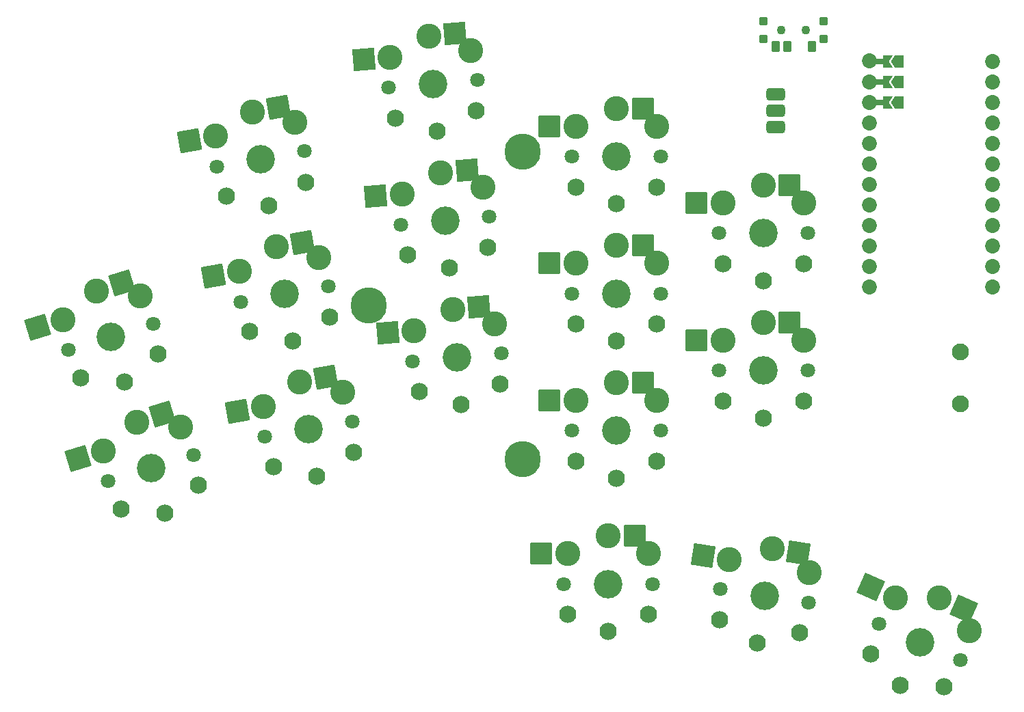
<source format=gts>
%TF.GenerationSoftware,KiCad,Pcbnew,(6.0.4-0)*%
%TF.CreationDate,2022-07-25T11:59:58+02:00*%
%TF.ProjectId,battoota,62617474-6f6f-4746-912e-6b696361645f,v1.0.0*%
%TF.SameCoordinates,Original*%
%TF.FileFunction,Soldermask,Top*%
%TF.FilePolarity,Negative*%
%FSLAX46Y46*%
G04 Gerber Fmt 4.6, Leading zero omitted, Abs format (unit mm)*
G04 Created by KiCad (PCBNEW (6.0.4-0)) date 2022-07-25 11:59:58*
%MOMM*%
%LPD*%
G01*
G04 APERTURE LIST*
G04 Aperture macros list*
%AMRoundRect*
0 Rectangle with rounded corners*
0 $1 Rounding radius*
0 $2 $3 $4 $5 $6 $7 $8 $9 X,Y pos of 4 corners*
0 Add a 4 corners polygon primitive as box body*
4,1,4,$2,$3,$4,$5,$6,$7,$8,$9,$2,$3,0*
0 Add four circle primitives for the rounded corners*
1,1,$1+$1,$2,$3*
1,1,$1+$1,$4,$5*
1,1,$1+$1,$6,$7*
1,1,$1+$1,$8,$9*
0 Add four rect primitives between the rounded corners*
20,1,$1+$1,$2,$3,$4,$5,0*
20,1,$1+$1,$4,$5,$6,$7,0*
20,1,$1+$1,$6,$7,$8,$9,0*
20,1,$1+$1,$8,$9,$2,$3,0*%
%AMFreePoly0*
4,1,16,0.535355,0.785355,0.550000,0.750000,0.550000,-0.750000,0.535355,-0.785355,0.500000,-0.800000,-0.650000,-0.800000,-0.685355,-0.785355,-0.700000,-0.750000,-0.691603,-0.722265,-0.210093,0.000000,-0.691603,0.722265,-0.699029,0.759806,-0.677735,0.791603,-0.650000,0.800000,0.500000,0.800000,0.535355,0.785355,0.535355,0.785355,$1*%
%AMFreePoly1*
4,1,16,0.535355,0.785355,0.541603,0.777735,1.041603,0.027735,1.049029,-0.009806,1.041603,-0.027735,0.541603,-0.777735,0.509806,-0.799029,0.500000,-0.800000,-0.500000,-0.800000,-0.535355,-0.785355,-0.550000,-0.750000,-0.550000,0.750000,-0.535355,0.785355,-0.500000,0.800000,0.500000,0.800000,0.535355,0.785355,0.535355,0.785355,$1*%
G04 Aperture macros list end*
%ADD10C,2.100000*%
%ADD11C,1.801800*%
%ADD12C,3.100000*%
%ADD13C,3.529000*%
%ADD14RoundRect,0.050000X-1.054507X-1.505993X1.505993X-1.054507X1.054507X1.505993X-1.505993X1.054507X0*%
%ADD15C,2.132000*%
%ADD16RoundRect,0.050000X-1.181751X-1.408356X1.408356X-1.181751X1.181751X1.408356X-1.408356X1.181751X0*%
%ADD17RoundRect,0.050000X-1.300000X-1.300000X1.300000X-1.300000X1.300000X1.300000X-1.300000X1.300000X0*%
%ADD18RoundRect,0.050000X-0.450000X-0.450000X0.450000X-0.450000X0.450000X0.450000X-0.450000X0.450000X0*%
%ADD19RoundRect,0.050000X-0.450000X-0.625000X0.450000X-0.625000X0.450000X0.625000X-0.450000X0.625000X0*%
%ADD20C,1.100000*%
%ADD21RoundRect,0.050000X-1.716367X-0.658851X0.658851X-1.716367X1.716367X0.658851X-0.658851X1.716367X0*%
%ADD22RoundRect,0.425000X-0.750000X0.375000X-0.750000X-0.375000X0.750000X-0.375000X0.750000X0.375000X0*%
%ADD23RoundRect,0.050000X-0.863113X-1.623279X1.623279X-0.863113X0.863113X1.623279X-1.623279X0.863113X0*%
%ADD24RoundRect,0.050000X-1.487360X-1.080630X1.080630X-1.487360X1.487360X1.080630X-1.080630X1.487360X0*%
%ADD25C,1.852600*%
%ADD26FreePoly0,180.000000*%
%ADD27RoundRect,0.050000X-0.762000X0.250000X-0.762000X-0.250000X0.762000X-0.250000X0.762000X0.250000X0*%
%ADD28FreePoly1,180.000000*%
%ADD29C,4.500000*%
G04 APERTURE END LIST*
D10*
%TO.C,B1*%
X157969791Y80873254D03*
X157969791Y74373254D03*
%TD*%
D11*
%TO.C,S11*%
X65970667Y103790002D03*
D12*
X75659968Y109306336D03*
X70353903Y110604673D03*
D13*
X71387110Y104745067D03*
D11*
X76803553Y105700132D03*
D12*
X65811891Y107569854D03*
D14*
X73579148Y111173370D03*
D15*
X67122934Y100134557D03*
X76971012Y101871038D03*
D14*
X62586644Y107001157D03*
D15*
X72411634Y98934701D03*
%TD*%
D12*
%TO.C,S15*%
X88913836Y100414117D03*
X93703066Y103041525D03*
X98875783Y101285675D03*
D13*
X94221643Y97114167D03*
D11*
X99700714Y97593524D03*
X88742572Y96634810D03*
D15*
X89571861Y92892848D03*
D16*
X96965603Y103326959D03*
D15*
X99533808Y93764406D03*
X94735862Y91236618D03*
D16*
X85651297Y100128683D03*
%TD*%
D12*
%TO.C,S21*%
X120424791Y91827253D03*
D11*
X109924791Y88077254D03*
X120924791Y88077254D03*
D13*
X115424791Y88077254D03*
D12*
X115424791Y94027254D03*
X110424791Y91827253D03*
D17*
X118699790Y94027253D03*
D15*
X120424791Y84277254D03*
X110424791Y84277254D03*
D17*
X107149790Y91827254D03*
D15*
X115424791Y82177254D03*
%TD*%
D18*
%TO.C,T1*%
X141068406Y119651838D03*
X133668406Y121851838D03*
X141068406Y121851838D03*
X133668406Y119651838D03*
D19*
X139618406Y118676838D03*
X136618406Y118676838D03*
X135118406Y118676838D03*
%TD*%
D12*
%TO.C,S31*%
X119400791Y55846253D03*
X109400791Y55846253D03*
D13*
X114400791Y52096254D03*
D11*
X108900791Y52096254D03*
X119900791Y52096254D03*
D12*
X114400791Y58046254D03*
D15*
X119400791Y48296254D03*
X109400791Y48296254D03*
D17*
X117675790Y58046253D03*
X106125790Y55846254D03*
D15*
X114400791Y46196254D03*
%TD*%
D20*
%TO.C,T2*%
X135868406Y120751838D03*
X138868406Y120751838D03*
%TD*%
D12*
%TO.C,S29*%
X128599495Y99294490D03*
D13*
X133599495Y95544491D03*
D12*
X133599495Y101494491D03*
D11*
X128099495Y95544491D03*
X139099495Y95544491D03*
D12*
X138599495Y99294490D03*
D15*
X128599495Y91744491D03*
X138599495Y91744491D03*
D17*
X136874494Y101494490D03*
D15*
X133599495Y89644491D03*
D17*
X125324494Y99294491D03*
%TD*%
D11*
%TO.C,S33*%
X158021559Y42660992D03*
D12*
X149954594Y50357522D03*
X159090048Y46290155D03*
D11*
X147972559Y47135096D03*
D12*
X155417142Y50333639D03*
D13*
X152997059Y44898044D03*
D21*
X158409002Y49001576D03*
D15*
X156019187Y39392888D03*
X146883732Y43460254D03*
X150597313Y39508126D03*
D21*
X146962732Y51689586D03*
%TD*%
D12*
%TO.C,S7*%
X81564006Y75822872D03*
X76257941Y77121209D03*
D11*
X71874705Y70306538D03*
D12*
X71715929Y74086390D03*
D13*
X77291148Y71261603D03*
D11*
X82707591Y72216668D03*
D15*
X82875050Y68387574D03*
D14*
X79483186Y77689906D03*
D15*
X73026972Y66651093D03*
D14*
X68490682Y73517693D03*
D15*
X78315672Y65451237D03*
%TD*%
D22*
%TO.C,PAD1*%
X135109791Y108738254D03*
X135109791Y110738254D03*
X135109791Y112738254D03*
%TD*%
D12*
%TO.C,S5*%
X56527389Y87777963D03*
D13*
X52842259Y82729963D03*
D12*
X51102647Y88419976D03*
D11*
X47582583Y81121919D03*
D12*
X46964342Y84854246D03*
D11*
X58101935Y84338007D03*
D15*
X58734795Y80557863D03*
D23*
X54234545Y89377492D03*
D15*
X49171748Y77634146D03*
D23*
X43832442Y83896730D03*
D15*
X54567252Y77087765D03*
%TD*%
D12*
%TO.C,S27*%
X133599495Y84494491D03*
D11*
X128099495Y78544491D03*
D12*
X138599495Y82294490D03*
D11*
X139099495Y78544491D03*
D12*
X128599495Y82294490D03*
D13*
X133599495Y78544491D03*
D17*
X136874494Y84494490D03*
D15*
X138599495Y74744491D03*
X128599495Y74744491D03*
X133599495Y72644491D03*
D17*
X125324494Y82294491D03*
%TD*%
D12*
%TO.C,S9*%
X78611987Y92564604D03*
D11*
X68922686Y87048270D03*
D13*
X74339129Y88003335D03*
D12*
X73305922Y93862941D03*
D11*
X79755572Y88958400D03*
D12*
X68763910Y90828122D03*
D14*
X76531167Y94431638D03*
D15*
X79923031Y85129306D03*
X70074953Y83392825D03*
D14*
X65538663Y90259425D03*
D15*
X75363653Y82192969D03*
%TD*%
D12*
%TO.C,S13*%
X90395484Y83478807D03*
X100357431Y84350365D03*
D11*
X101182362Y80658214D03*
D12*
X95184714Y86106215D03*
D11*
X90224220Y79699500D03*
D13*
X95703291Y80178857D03*
D15*
X91053509Y75957538D03*
D16*
X98447251Y86391649D03*
D15*
X101015456Y76829096D03*
X96217510Y74301308D03*
D16*
X87132945Y83193373D03*
%TD*%
D12*
%TO.C,S17*%
X92221419Y119976835D03*
D11*
X98219067Y114528834D03*
D12*
X97394136Y118220985D03*
D11*
X87260925Y113570120D03*
D12*
X87432189Y117349427D03*
D13*
X92739996Y114049477D03*
D16*
X95483956Y120262269D03*
D15*
X98052161Y110699716D03*
X88090214Y109828158D03*
D16*
X84169650Y117063993D03*
D15*
X93254215Y108171928D03*
%TD*%
D12*
%TO.C,S31*%
X139283457Y53518457D03*
X129406573Y55082802D03*
D13*
X133758386Y50596799D03*
D11*
X128326100Y51457189D03*
X139190672Y49736409D03*
D12*
X134689171Y56473545D03*
D15*
X138102377Y46061411D03*
X128225493Y47625756D03*
D24*
X137923849Y55961221D03*
X126171893Y55595126D03*
D15*
X132835423Y44769438D03*
%TD*%
D25*
%TO.C,MCU1*%
X161977213Y114302348D03*
D26*
X148993690Y114302348D03*
X148993690Y116842348D03*
D27*
X148068690Y111762348D03*
D25*
X161977213Y111762348D03*
X146737213Y111762348D03*
D27*
X148068690Y116842348D03*
D26*
X148993690Y111762348D03*
D27*
X148068690Y114302348D03*
D25*
X146737213Y116926094D03*
X161977213Y116842348D03*
X146737213Y114302348D03*
D28*
X150443690Y116842348D03*
X150443690Y114302348D03*
X150443690Y111762348D03*
D25*
X146737213Y109222348D03*
X146737213Y106682348D03*
X146737213Y104142348D03*
X146737213Y101602348D03*
X146737213Y99062348D03*
X146737213Y96522348D03*
X146737213Y93982348D03*
X146737213Y91442348D03*
X146737213Y88902348D03*
X161977213Y109222348D03*
X161977213Y106682348D03*
X161977213Y104142348D03*
X161977213Y101602348D03*
X161977213Y99062348D03*
X161977213Y96522348D03*
X161977213Y93982348D03*
X161977213Y91442348D03*
X161977213Y88902348D03*
%TD*%
D11*
%TO.C,S3*%
X52552902Y64864738D03*
X63072254Y68080826D03*
D12*
X56072966Y72162795D03*
X51934661Y68597065D03*
X61497708Y71520782D03*
D13*
X57812578Y66472782D03*
D15*
X54142067Y61376965D03*
D23*
X59204864Y73120311D03*
D15*
X63705114Y64300682D03*
X59537571Y60830584D03*
D23*
X48802761Y67639549D03*
%TD*%
D29*
%TO.C,REF\u002A\u002A*%
X84760924Y86640254D03*
X103810924Y67590254D03*
X103810924Y105690254D03*
%TD*%
D11*
%TO.C,S23*%
X120924791Y105077254D03*
D12*
X110424791Y108827253D03*
X115424791Y111027254D03*
X120424791Y108827253D03*
D13*
X115424791Y105077254D03*
D11*
X109924791Y105077254D03*
D17*
X118699790Y111027253D03*
D15*
X120424791Y101277254D03*
X110424791Y101277254D03*
X115424791Y99177254D03*
D17*
X107149790Y108827254D03*
%TD*%
D12*
%TO.C,S19*%
X120424791Y74827253D03*
D11*
X120924791Y71077254D03*
X109924791Y71077254D03*
D13*
X115424791Y71077254D03*
D12*
X115424791Y77027254D03*
X110424791Y74827253D03*
D17*
X118699790Y77027253D03*
D15*
X110424791Y67277254D03*
X120424791Y67277254D03*
D17*
X107149790Y74827254D03*
D15*
X115424791Y65177254D03*
%TD*%
M02*

</source>
